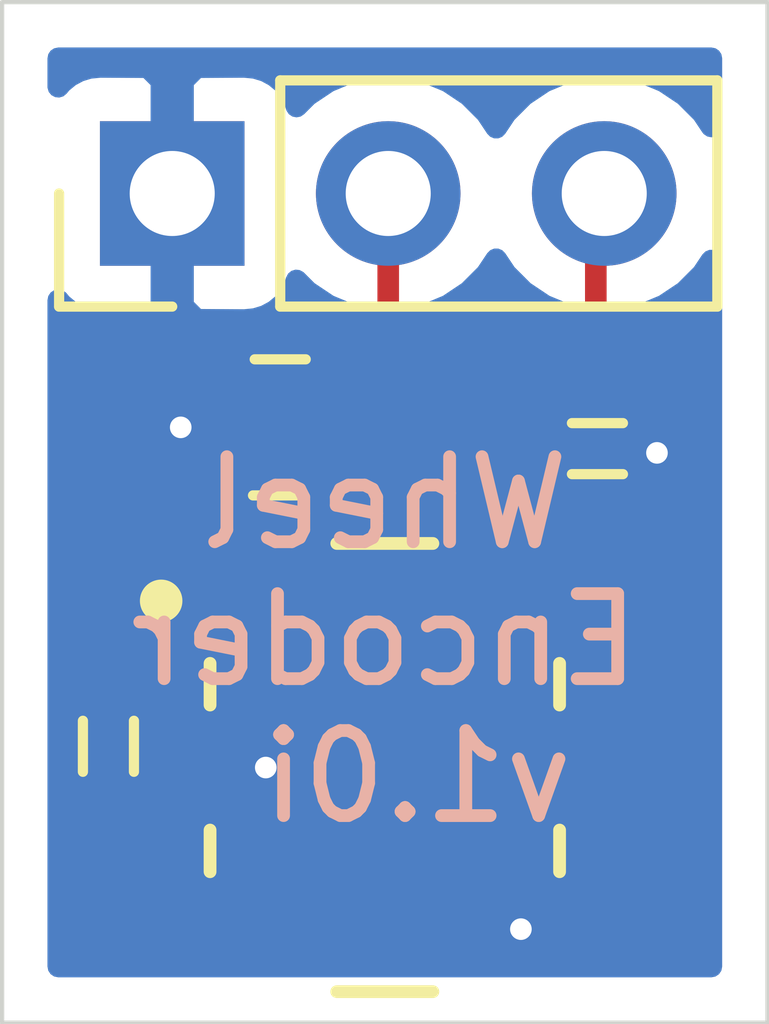
<source format=kicad_pcb>
(kicad_pcb (version 20171130) (host pcbnew 5.1.8)

  (general
    (thickness 1.6)
    (drawings 7)
    (tracks 20)
    (zones 0)
    (modules 5)
    (nets 6)
  )

  (page A4)
  (layers
    (0 F.Cu signal)
    (31 B.Cu signal hide)
    (34 B.Paste user hide)
    (35 F.Paste user hide)
    (36 B.SilkS user)
    (37 F.SilkS user)
    (38 B.Mask user)
    (39 F.Mask user)
    (41 Cmts.User user hide)
    (44 Edge.Cuts user)
    (45 Margin user)
    (46 B.CrtYd user)
    (47 F.CrtYd user hide)
    (48 B.Fab user hide)
    (49 F.Fab user hide)
  )

  (setup
    (last_trace_width 0.1524)
    (trace_clearance 0.1524)
    (zone_clearance 0.508)
    (zone_45_only no)
    (trace_min 0.1524)
    (via_size 0.508)
    (via_drill 0.254)
    (via_min_size 0.508)
    (via_min_drill 0.254)
    (uvia_size 0.508)
    (uvia_drill 0.254)
    (uvias_allowed no)
    (uvia_min_size 0.2)
    (uvia_min_drill 0.1)
    (edge_width 0.05)
    (segment_width 0.2)
    (pcb_text_width 0.3)
    (pcb_text_size 1.5 1.5)
    (mod_edge_width 0.12)
    (mod_text_size 1 1)
    (mod_text_width 0.15)
    (pad_size 1.7 1.7)
    (pad_drill 1)
    (pad_to_mask_clearance 0.0508)
    (aux_axis_origin 0 0)
    (visible_elements FFFFFF7F)
    (pcbplotparams
      (layerselection 0x010fc_ffffffff)
      (usegerberextensions false)
      (usegerberattributes true)
      (usegerberadvancedattributes true)
      (creategerberjobfile true)
      (excludeedgelayer true)
      (linewidth 0.100000)
      (plotframeref false)
      (viasonmask false)
      (mode 1)
      (useauxorigin false)
      (hpglpennumber 1)
      (hpglpenspeed 20)
      (hpglpendiameter 15.000000)
      (psnegative false)
      (psa4output false)
      (plotreference true)
      (plotvalue true)
      (plotinvisibletext false)
      (padsonsilk false)
      (subtractmaskfromsilk false)
      (outputformat 1)
      (mirror false)
      (drillshape 1)
      (scaleselection 1)
      (outputdirectory ""))
  )

  (net 0 "")
  (net 1 VCC)
  (net 2 GND)
  (net 3 /LED)
  (net 4 "Net-(ENC1-Pad1)")
  (net 5 /OUT)

  (net_class Default "This is the default net class."
    (clearance 0.1524)
    (trace_width 0.1524)
    (via_dia 0.508)
    (via_drill 0.254)
    (uvia_dia 0.508)
    (uvia_drill 0.254)
    (add_net "Net-(ENC1-Pad1)")
  )

  (net_class Data ""
    (clearance 0.2032)
    (trace_width 0.254)
    (via_dia 0.508)
    (via_drill 0.254)
    (uvia_dia 0.508)
    (uvia_drill 0.254)
  )

  (net_class Power ""
    (clearance 0.254)
    (trace_width 0.254)
    (via_dia 0.508)
    (via_drill 0.254)
    (uvia_dia 0.508)
    (uvia_drill 0.254)
    (add_net /LED)
    (add_net /OUT)
    (add_net GND)
    (add_net VCC)
  )

  (module Connector_PinHeader_2.54mm:PinHeader_1x03_P2.54mm_Vertical (layer F.Cu) (tedit 5FAB0B0C) (tstamp 5FAAF54E)
    (at 157.5 92.25 90)
    (descr "Through hole straight pin header, 1x03, 2.54mm pitch, single row")
    (tags "Through hole pin header THT 1x03 2.54mm single row")
    (path /5FA8E56F)
    (fp_text reference J1 (at 0 -2.33 90) (layer F.SilkS) hide
      (effects (font (size 1 1) (thickness 0.15)))
    )
    (fp_text value Conn_01x03 (at 0 7.41 90) (layer F.Fab) hide
      (effects (font (size 1 1) (thickness 0.15)))
    )
    (fp_line (start -0.635 -1.27) (end 1.27 -1.27) (layer F.Fab) (width 0.1))
    (fp_line (start 1.27 -1.27) (end 1.27 6.35) (layer F.Fab) (width 0.1))
    (fp_line (start 1.27 6.35) (end -1.27 6.35) (layer F.Fab) (width 0.1))
    (fp_line (start -1.27 6.35) (end -1.27 -0.635) (layer F.Fab) (width 0.1))
    (fp_line (start -1.27 -0.635) (end -0.635 -1.27) (layer F.Fab) (width 0.1))
    (fp_line (start -1.33 6.41) (end 1.33 6.41) (layer F.SilkS) (width 0.12))
    (fp_line (start -1.33 1.27) (end -1.33 6.41) (layer F.SilkS) (width 0.12))
    (fp_line (start 1.33 1.27) (end 1.33 6.41) (layer F.SilkS) (width 0.12))
    (fp_line (start -1.33 1.27) (end 1.33 1.27) (layer F.SilkS) (width 0.12))
    (fp_line (start -1.33 0) (end -1.33 -1.33) (layer F.SilkS) (width 0.12))
    (fp_line (start -1.33 -1.33) (end 0 -1.33) (layer F.SilkS) (width 0.12))
    (fp_line (start -1.8 -1.8) (end -1.8 6.85) (layer F.CrtYd) (width 0.05))
    (fp_line (start -1.8 6.85) (end 1.8 6.85) (layer F.CrtYd) (width 0.05))
    (fp_line (start 1.8 6.85) (end 1.8 -1.8) (layer F.CrtYd) (width 0.05))
    (fp_line (start 1.8 -1.8) (end -1.8 -1.8) (layer F.CrtYd) (width 0.05))
    (fp_text user %R (at 0 2.54) (layer F.Fab) hide
      (effects (font (size 1 1) (thickness 0.15)))
    )
    (pad 3 thru_hole oval (at 0 5.08 90) (size 1.7 1.7) (drill 1) (layers *.Cu *.Mask)
      (net 5 /OUT))
    (pad 2 thru_hole oval (at 0 2.54 90) (size 1.7 1.7) (drill 1) (layers *.Cu *.Mask)
      (net 1 VCC))
    (pad 1 thru_hole rect (at 0 0 90) (size 1.7 1.7) (drill 1) (layers *.Cu *.Mask)
      (net 2 GND))
    (model ${KISYS3DMOD}/Connector_PinHeader_2.54mm.3dshapes/PinHeader_1x03_P2.54mm_Vertical.wrl
      (at (xyz 0 0 0))
      (scale (xyz 1 1 1))
      (rotate (xyz 0 0 0))
    )
  )

  (module digikey-footprints:0603 (layer F.Cu) (tedit 5D288D2B) (tstamp 5FA8E74A)
    (at 156.75 98.75 90)
    (path /5FA60727)
    (attr smd)
    (fp_text reference R1 (at 0 -2.2 90) (layer F.SilkS) hide
      (effects (font (size 1 1) (thickness 0.15)))
    )
    (fp_text value "220 Ohm" (at 0 1.9 90) (layer F.Fab) hide
      (effects (font (size 1 1) (thickness 0.15)))
    )
    (fp_line (start 1.11 0.71) (end 1.25 0.71) (layer F.CrtYd) (width 0.05))
    (fp_line (start 1.11 -0.71) (end 1.25 -0.71) (layer F.CrtYd) (width 0.05))
    (fp_line (start -1.11 -0.71) (end -1.25 -0.71) (layer F.CrtYd) (width 0.05))
    (fp_line (start -1.11 0.71) (end -1.25 0.71) (layer F.CrtYd) (width 0.05))
    (fp_line (start -1.11 -0.71) (end 1.11 -0.71) (layer F.CrtYd) (width 0.05))
    (fp_line (start 1.25 -0.71) (end 1.25 0.71) (layer F.CrtYd) (width 0.05))
    (fp_line (start 1.11 0.71) (end -1.11 0.71) (layer F.CrtYd) (width 0.05))
    (fp_line (start -1.25 0.71) (end -1.25 -0.71) (layer F.CrtYd) (width 0.05))
    (fp_line (start -0.3 0.3) (end 0.3 0.3) (layer F.SilkS) (width 0.12))
    (fp_line (start -0.3 -0.3) (end 0.3 -0.3) (layer F.SilkS) (width 0.12))
    (fp_line (start -0.8 -0.4) (end -0.8 0.4) (layer F.Fab) (width 0.12))
    (fp_line (start -0.8 0.4) (end 0.8 0.4) (layer F.Fab) (width 0.12))
    (fp_line (start 0.8 0.4) (end 0.8 -0.4) (layer F.Fab) (width 0.12))
    (fp_line (start 0.8 -0.4) (end -0.8 -0.4) (layer F.Fab) (width 0.12))
    (pad 2 smd rect (at 0.7 0 90) (size 0.6 0.8) (layers F.Cu F.Paste F.Mask)
      (net 1 VCC))
    (pad 1 smd rect (at -0.7 0 90) (size 0.6 0.8) (layers F.Cu F.Paste F.Mask)
      (net 3 /LED))
  )

  (module tb05_wheel_encoder:Broadcom-AEDR-8300-1P2-0 (layer F.Cu) (tedit 5EF2112D) (tstamp 5FAADDDF)
    (at 160 99)
    (path /5FA5E690)
    (fp_text reference ENC1 (at -1.98 -3.36) (layer F.SilkS) hide
      (effects (font (size 1 1) (thickness 0.15)) (justify left))
    )
    (fp_text value AEDR-8300-1P2 (at 0 0) (layer F.SilkS) hide
      (effects (font (size 1.27 1.27) (thickness 0.15)))
    )
    (fp_line (start -2.055 -0.735) (end -2.055 -1.225) (layer F.SilkS) (width 0.15))
    (fp_line (start -2.055 1.225) (end -2.055 0.735) (layer F.SilkS) (width 0.15))
    (fp_line (start -0.565 2.635) (end 0.565 2.635) (layer F.SilkS) (width 0.15))
    (fp_line (start 2.055 -0.735) (end 2.055 -1.225) (layer F.SilkS) (width 0.15))
    (fp_line (start 2.055 1.225) (end 2.055 0.735) (layer F.SilkS) (width 0.15))
    (fp_line (start -0.565 -2.635) (end 0.565 -2.635) (layer F.SilkS) (width 0.15))
    (fp_line (start 2.08 2.66) (end 2.08 -2.66) (layer F.CrtYd) (width 0.15))
    (fp_line (start -2.08 2.66) (end 2.08 2.66) (layer F.CrtYd) (width 0.15))
    (fp_line (start -2.08 -2.66) (end -2.08 2.66) (layer F.CrtYd) (width 0.15))
    (fp_line (start 2.08 -2.66) (end -2.08 -2.66) (layer F.CrtYd) (width 0.15))
    (fp_line (start 2.08 -2.66) (end 2.08 -2.66) (layer F.CrtYd) (width 0.15))
    (fp_circle (center -2.63 -1.96) (end -2.505 -1.96) (layer F.SilkS) (width 0.25))
    (fp_line (start 2.055 2.635) (end -2.055 2.635) (layer F.Fab) (width 0.15))
    (fp_line (start 2.055 -2.635) (end 2.055 2.635) (layer F.Fab) (width 0.15))
    (fp_line (start -2.055 -2.635) (end 2.055 -2.635) (layer F.Fab) (width 0.15))
    (fp_line (start -2.055 2.635) (end -2.055 -2.635) (layer F.Fab) (width 0.15))
    (pad 1 smd rect (at -1.48 -1.96) (size 1.08 0.72) (layers F.Cu F.Paste F.Mask)
      (net 4 "Net-(ENC1-Pad1)"))
    (pad 2 smd rect (at -1.48 0) (size 1.08 0.72) (layers F.Cu F.Paste F.Mask)
      (net 2 GND))
    (pad 3 smd rect (at -1.48 1.96) (size 1.08 0.72) (layers F.Cu F.Paste F.Mask)
      (net 3 /LED))
    (pad 4 smd rect (at 1.48 1.96) (size 1.08 0.72) (layers F.Cu F.Paste F.Mask)
      (net 2 GND))
    (pad 5 smd rect (at 1.48 0) (size 1.08 0.72) (layers F.Cu F.Paste F.Mask)
      (net 5 /OUT))
    (pad 6 smd rect (at 1.48 -1.96) (size 1.08 0.72) (layers F.Cu F.Paste F.Mask)
      (net 1 VCC))
    (model eec.models/Broadcom_-_AEDR-8300-1P2.step
      (at (xyz 0 0 0))
      (scale (xyz 1 1 1))
      (rotate (xyz 0 0 0))
    )
  )

  (module digikey-footprints:0603 (layer F.Cu) (tedit 5D288D2B) (tstamp 5FAA0BAC)
    (at 162.5 95.25)
    (path /5FA634F5)
    (attr smd)
    (fp_text reference C2 (at 0 -2.2) (layer F.SilkS) hide
      (effects (font (size 1 1) (thickness 0.15)))
    )
    (fp_text value 0.1uF (at 0 1.9) (layer F.Fab) hide
      (effects (font (size 1 1) (thickness 0.15)))
    )
    (fp_line (start 1.11 0.71) (end 1.25 0.71) (layer F.CrtYd) (width 0.05))
    (fp_line (start 1.11 -0.71) (end 1.25 -0.71) (layer F.CrtYd) (width 0.05))
    (fp_line (start -1.11 -0.71) (end -1.25 -0.71) (layer F.CrtYd) (width 0.05))
    (fp_line (start -1.11 0.71) (end -1.25 0.71) (layer F.CrtYd) (width 0.05))
    (fp_line (start -1.11 -0.71) (end 1.11 -0.71) (layer F.CrtYd) (width 0.05))
    (fp_line (start 1.25 -0.71) (end 1.25 0.71) (layer F.CrtYd) (width 0.05))
    (fp_line (start 1.11 0.71) (end -1.11 0.71) (layer F.CrtYd) (width 0.05))
    (fp_line (start -1.25 0.71) (end -1.25 -0.71) (layer F.CrtYd) (width 0.05))
    (fp_line (start -0.3 0.3) (end 0.3 0.3) (layer F.SilkS) (width 0.12))
    (fp_line (start -0.3 -0.3) (end 0.3 -0.3) (layer F.SilkS) (width 0.12))
    (fp_line (start -0.8 -0.4) (end -0.8 0.4) (layer F.Fab) (width 0.12))
    (fp_line (start -0.8 0.4) (end 0.8 0.4) (layer F.Fab) (width 0.12))
    (fp_line (start 0.8 0.4) (end 0.8 -0.4) (layer F.Fab) (width 0.12))
    (fp_line (start 0.8 -0.4) (end -0.8 -0.4) (layer F.Fab) (width 0.12))
    (pad 2 smd rect (at 0.7 0) (size 0.6 0.8) (layers F.Cu F.Paste F.Mask)
      (net 2 GND))
    (pad 1 smd rect (at -0.7 0) (size 0.6 0.8) (layers F.Cu F.Paste F.Mask)
      (net 1 VCC))
  )

  (module digikey-footprints:0805 (layer F.Cu) (tedit 5FAAF8AC) (tstamp 5FA9EF2E)
    (at 158.75 95 180)
    (path /5FA62202)
    (attr smd)
    (fp_text reference C1 (at 0 -1.84) (layer F.SilkS) hide
      (effects (font (size 1 1) (thickness 0.15)))
    )
    (fp_text value 10uF (at 0 1.95) (layer F.Fab) hide
      (effects (font (size 1 1) (thickness 0.15)))
    )
    (fp_line (start -0.95 -0.675) (end -0.95 0.675) (layer F.Fab) (width 0.12))
    (fp_line (start 0.95 -0.675) (end 0.95 0.675) (layer F.Fab) (width 0.12))
    (fp_line (start -0.95 -0.68) (end 0.95 -0.68) (layer F.Fab) (width 0.12))
    (fp_line (start -0.95 0.68) (end 0.95 0.68) (layer F.Fab) (width 0.12))
    (fp_line (start -0.3 -0.8) (end 0.3 -0.8) (layer F.SilkS) (width 0.12))
    (fp_line (start -0.32 0.8) (end 0.28 0.8) (layer F.SilkS) (width 0.12))
    (fp_line (start -1.9 0.93) (end -1.9 -0.93) (layer F.CrtYd) (width 0.05))
    (fp_line (start 1.9 0.93) (end 1.9 -0.93) (layer F.CrtYd) (width 0.05))
    (fp_line (start -1.9 -0.93) (end 1.9 -0.93) (layer F.CrtYd) (width 0.05))
    (fp_line (start -1.9 0.93) (end 1.9 0.93) (layer F.CrtYd) (width 0.05))
    (pad 1 smd rect (at -1.05 0 180) (size 1.2 1.2) (layers F.Cu F.Paste F.Mask)
      (net 1 VCC))
    (pad 2 smd rect (at 1.05 0 180) (size 1.2 1.2) (layers F.Cu F.Paste F.Mask)
      (net 2 GND))
  )

  (gr_text "Wheel\nEncoder\nv1.0i " (at 160 97.5) (layer B.SilkS)
    (effects (font (size 1 1) (thickness 0.15)) (justify mirror))
  )
  (gr_line (start 155.5 90) (end 164.5 90) (layer Edge.Cuts) (width 0.05) (tstamp 5FAB0B4E))
  (gr_line (start 155.5 102) (end 155.5 90) (layer Edge.Cuts) (width 0.05))
  (gr_line (start 164.5 102) (end 155.5 102) (layer Edge.Cuts) (width 0.05))
  (gr_line (start 164.5 90) (end 164.5 102) (layer Edge.Cuts) (width 0.05))
  (gr_circle (center 160 110) (end 180 110) (layer F.Fab) (width 0.15))
  (gr_circle (center 160 110) (end 167 110) (layer F.Fab) (width 0.15))

  (via (at 158.6 99) (size 0.508) (drill 0.254) (layers F.Cu B.Cu) (net 2))
  (via (at 161.6 100.9) (size 0.508) (drill 0.254) (layers F.Cu B.Cu) (net 2))
  (via (at 157.6 95) (size 0.508) (drill 0.254) (layers F.Cu B.Cu) (net 2))
  (via (at 163.2 95.3) (size 0.508) (drill 0.254) (layers F.Cu B.Cu) (net 2))
  (segment (start 160.04 94.76) (end 159.8 95) (width 0.254) (layer F.Cu) (net 1))
  (segment (start 160.04 92.25) (end 160.04 94.76) (width 0.254) (layer F.Cu) (net 1))
  (segment (start 161.8 96.72) (end 161.48 97.04) (width 0.254) (layer F.Cu) (net 1))
  (segment (start 161.8 95.25) (end 161.8 96.72) (width 0.254) (layer F.Cu) (net 1))
  (segment (start 161.55 95) (end 161.8 95.25) (width 0.254) (layer F.Cu) (net 1))
  (segment (start 159.8 95) (end 161.55 95) (width 0.254) (layer F.Cu) (net 1))
  (segment (start 156.75 97.224198) (end 156.75 98.05) (width 0.254) (layer F.Cu) (net 1))
  (segment (start 157.675199 96.298999) (end 156.75 97.224198) (width 0.254) (layer F.Cu) (net 1))
  (segment (start 159.355001 96.298999) (end 157.675199 96.298999) (width 0.254) (layer F.Cu) (net 1))
  (segment (start 159.8 95.854) (end 159.355001 96.298999) (width 0.254) (layer F.Cu) (net 1))
  (segment (start 159.8 95) (end 159.8 95.854) (width 0.254) (layer F.Cu) (net 1))
  (segment (start 157.01 99.45) (end 158.52 100.96) (width 0.254) (layer F.Cu) (net 3))
  (segment (start 156.75 99.45) (end 157.01 99.45) (width 0.254) (layer F.Cu) (net 3))
  (segment (start 162.481001 92.348999) (end 162.58 92.25) (width 0.254) (layer F.Cu) (net 5))
  (segment (start 162.481001 97.998999) (end 162.481001 92.348999) (width 0.254) (layer F.Cu) (net 5))
  (segment (start 161.48 99) (end 162.481001 97.998999) (width 0.254) (layer F.Cu) (net 5))

  (zone (net 2) (net_name GND) (layer B.Cu) (tstamp 5FAB04AE) (hatch edge 0.508)
    (connect_pads (clearance 0.508))
    (min_thickness 0.254)
    (fill yes (arc_segments 32) (thermal_gap 0.508) (thermal_bridge_width 0.508))
    (polygon
      (pts
        (xy 165 103) (xy 155 103) (xy 155 90) (xy 165 90)
      )
    )
    (filled_polygon
      (pts
        (xy 163.84 91.462794) (xy 163.733475 91.303368) (xy 163.526632 91.096525) (xy 163.283411 90.93401) (xy 163.013158 90.822068)
        (xy 162.72626 90.765) (xy 162.43374 90.765) (xy 162.146842 90.822068) (xy 161.876589 90.93401) (xy 161.633368 91.096525)
        (xy 161.426525 91.303368) (xy 161.31 91.47776) (xy 161.193475 91.303368) (xy 160.986632 91.096525) (xy 160.743411 90.93401)
        (xy 160.473158 90.822068) (xy 160.18626 90.765) (xy 159.89374 90.765) (xy 159.606842 90.822068) (xy 159.336589 90.93401)
        (xy 159.093368 91.096525) (xy 158.961513 91.22838) (xy 158.939502 91.15582) (xy 158.880537 91.045506) (xy 158.801185 90.948815)
        (xy 158.704494 90.869463) (xy 158.59418 90.810498) (xy 158.474482 90.774188) (xy 158.35 90.761928) (xy 157.78575 90.765)
        (xy 157.627 90.92375) (xy 157.627 92.123) (xy 157.647 92.123) (xy 157.647 92.377) (xy 157.627 92.377)
        (xy 157.627 93.57625) (xy 157.78575 93.735) (xy 158.35 93.738072) (xy 158.474482 93.725812) (xy 158.59418 93.689502)
        (xy 158.704494 93.630537) (xy 158.801185 93.551185) (xy 158.880537 93.454494) (xy 158.939502 93.34418) (xy 158.961513 93.27162)
        (xy 159.093368 93.403475) (xy 159.336589 93.56599) (xy 159.606842 93.677932) (xy 159.89374 93.735) (xy 160.18626 93.735)
        (xy 160.473158 93.677932) (xy 160.743411 93.56599) (xy 160.986632 93.403475) (xy 161.193475 93.196632) (xy 161.31 93.02224)
        (xy 161.426525 93.196632) (xy 161.633368 93.403475) (xy 161.876589 93.56599) (xy 162.146842 93.677932) (xy 162.43374 93.735)
        (xy 162.72626 93.735) (xy 163.013158 93.677932) (xy 163.283411 93.56599) (xy 163.526632 93.403475) (xy 163.733475 93.196632)
        (xy 163.84 93.037206) (xy 163.840001 101.34) (xy 156.16 101.34) (xy 156.16 93.503889) (xy 156.198815 93.551185)
        (xy 156.295506 93.630537) (xy 156.40582 93.689502) (xy 156.525518 93.725812) (xy 156.65 93.738072) (xy 157.21425 93.735)
        (xy 157.373 93.57625) (xy 157.373 92.377) (xy 157.353 92.377) (xy 157.353 92.123) (xy 157.373 92.123)
        (xy 157.373 90.92375) (xy 157.21425 90.765) (xy 156.65 90.761928) (xy 156.525518 90.774188) (xy 156.40582 90.810498)
        (xy 156.295506 90.869463) (xy 156.198815 90.948815) (xy 156.16 90.996111) (xy 156.16 90.66) (xy 163.84 90.66)
      )
    )
  )
)

</source>
